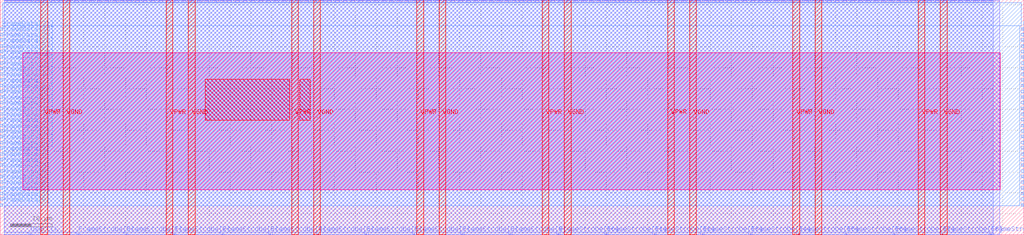
<source format=lef>
VERSION 5.7 ;
  NOWIREEXTENSIONATPIN ON ;
  DIVIDERCHAR "/" ;
  BUSBITCHARS "[]" ;
MACRO S_term_single2
  CLASS BLOCK ;
  FOREIGN S_term_single2 ;
  ORIGIN 0.000 0.000 ;
  SIZE 245.000 BY 56.250 ;
  PIN FrameData[0]
    DIRECTION INPUT ;
    USE SIGNAL ;
    ANTENNAGATEAREA 0.647700 ;
    ANTENNADIFFAREA 0.434700 ;
    PORT
      LAYER met3 ;
        RECT 0.000 6.840 0.600 7.440 ;
    END
  END FrameData[0]
  PIN FrameData[10]
    DIRECTION INPUT ;
    USE SIGNAL ;
    ANTENNAGATEAREA 0.631200 ;
    ANTENNADIFFAREA 0.434700 ;
    PORT
      LAYER met3 ;
        RECT 0.000 20.440 0.600 21.040 ;
    END
  END FrameData[10]
  PIN FrameData[11]
    DIRECTION INPUT ;
    USE SIGNAL ;
    ANTENNAGATEAREA 0.196500 ;
    PORT
      LAYER met3 ;
        RECT 0.000 21.800 0.600 22.400 ;
    END
  END FrameData[11]
  PIN FrameData[12]
    DIRECTION INPUT ;
    USE SIGNAL ;
    ANTENNAGATEAREA 0.196500 ;
    PORT
      LAYER met3 ;
        RECT 0.000 23.160 0.600 23.760 ;
    END
  END FrameData[12]
  PIN FrameData[13]
    DIRECTION INPUT ;
    USE SIGNAL ;
    ANTENNAGATEAREA 0.196500 ;
    PORT
      LAYER met3 ;
        RECT 0.000 24.520 0.600 25.120 ;
    END
  END FrameData[13]
  PIN FrameData[14]
    DIRECTION INPUT ;
    USE SIGNAL ;
    ANTENNAGATEAREA 0.647700 ;
    ANTENNADIFFAREA 0.434700 ;
    PORT
      LAYER met3 ;
        RECT 0.000 25.880 0.600 26.480 ;
    END
  END FrameData[14]
  PIN FrameData[15]
    DIRECTION INPUT ;
    USE SIGNAL ;
    ANTENNAGATEAREA 0.647700 ;
    ANTENNADIFFAREA 0.434700 ;
    PORT
      LAYER met3 ;
        RECT 0.000 27.240 0.600 27.840 ;
    END
  END FrameData[15]
  PIN FrameData[16]
    DIRECTION INPUT ;
    USE SIGNAL ;
    ANTENNAGATEAREA 0.631200 ;
    ANTENNADIFFAREA 0.434700 ;
    PORT
      LAYER met3 ;
        RECT 0.000 28.600 0.600 29.200 ;
    END
  END FrameData[16]
  PIN FrameData[17]
    DIRECTION INPUT ;
    USE SIGNAL ;
    ANTENNAGATEAREA 0.196500 ;
    PORT
      LAYER met3 ;
        RECT 0.000 29.960 0.600 30.560 ;
    END
  END FrameData[17]
  PIN FrameData[18]
    DIRECTION INPUT ;
    USE SIGNAL ;
    ANTENNAGATEAREA 0.647700 ;
    ANTENNADIFFAREA 0.434700 ;
    PORT
      LAYER met3 ;
        RECT 0.000 31.320 0.600 31.920 ;
    END
  END FrameData[18]
  PIN FrameData[19]
    DIRECTION INPUT ;
    USE SIGNAL ;
    ANTENNAGATEAREA 0.196500 ;
    PORT
      LAYER met3 ;
        RECT 0.000 32.680 0.600 33.280 ;
    END
  END FrameData[19]
  PIN FrameData[1]
    DIRECTION INPUT ;
    USE SIGNAL ;
    ANTENNAGATEAREA 0.213000 ;
    PORT
      LAYER met3 ;
        RECT 0.000 8.200 0.600 8.800 ;
    END
  END FrameData[1]
  PIN FrameData[20]
    DIRECTION INPUT ;
    USE SIGNAL ;
    ANTENNAGATEAREA 0.647700 ;
    ANTENNADIFFAREA 0.434700 ;
    PORT
      LAYER met3 ;
        RECT 0.000 34.040 0.600 34.640 ;
    END
  END FrameData[20]
  PIN FrameData[21]
    DIRECTION INPUT ;
    USE SIGNAL ;
    ANTENNAGATEAREA 0.213000 ;
    PORT
      LAYER met3 ;
        RECT 0.000 35.400 0.600 36.000 ;
    END
  END FrameData[21]
  PIN FrameData[22]
    DIRECTION INPUT ;
    USE SIGNAL ;
    ANTENNAGATEAREA 0.631200 ;
    ANTENNADIFFAREA 0.434700 ;
    PORT
      LAYER met3 ;
        RECT 0.000 36.760 0.600 37.360 ;
    END
  END FrameData[22]
  PIN FrameData[23]
    DIRECTION INPUT ;
    USE SIGNAL ;
    ANTENNAGATEAREA 0.631200 ;
    ANTENNADIFFAREA 0.434700 ;
    PORT
      LAYER met3 ;
        RECT 0.000 38.120 0.600 38.720 ;
    END
  END FrameData[23]
  PIN FrameData[24]
    DIRECTION INPUT ;
    USE SIGNAL ;
    ANTENNAGATEAREA 0.631200 ;
    ANTENNADIFFAREA 0.434700 ;
    PORT
      LAYER met3 ;
        RECT 0.000 39.480 0.600 40.080 ;
    END
  END FrameData[24]
  PIN FrameData[25]
    DIRECTION INPUT ;
    USE SIGNAL ;
    ANTENNAGATEAREA 0.196500 ;
    PORT
      LAYER met3 ;
        RECT 0.000 40.840 0.600 41.440 ;
    END
  END FrameData[25]
  PIN FrameData[26]
    DIRECTION INPUT ;
    USE SIGNAL ;
    ANTENNAGATEAREA 0.631200 ;
    ANTENNADIFFAREA 0.434700 ;
    PORT
      LAYER met3 ;
        RECT 0.000 42.200 0.600 42.800 ;
    END
  END FrameData[26]
  PIN FrameData[27]
    DIRECTION INPUT ;
    USE SIGNAL ;
    ANTENNAGATEAREA 0.213000 ;
    PORT
      LAYER met3 ;
        RECT 0.000 43.560 0.600 44.160 ;
    END
  END FrameData[27]
  PIN FrameData[28]
    DIRECTION INPUT ;
    USE SIGNAL ;
    ANTENNAGATEAREA 0.631200 ;
    ANTENNADIFFAREA 0.434700 ;
    PORT
      LAYER met3 ;
        RECT 0.000 44.920 0.600 45.520 ;
    END
  END FrameData[28]
  PIN FrameData[29]
    DIRECTION INPUT ;
    USE SIGNAL ;
    ANTENNAGATEAREA 0.213000 ;
    PORT
      LAYER met3 ;
        RECT 0.000 46.280 0.600 46.880 ;
    END
  END FrameData[29]
  PIN FrameData[2]
    DIRECTION INPUT ;
    USE SIGNAL ;
    ANTENNAGATEAREA 0.631200 ;
    ANTENNADIFFAREA 0.434700 ;
    PORT
      LAYER met3 ;
        RECT 0.000 9.560 0.600 10.160 ;
    END
  END FrameData[2]
  PIN FrameData[30]
    DIRECTION INPUT ;
    USE SIGNAL ;
    ANTENNAGATEAREA 0.213000 ;
    PORT
      LAYER met3 ;
        RECT 0.000 47.640 0.600 48.240 ;
    END
  END FrameData[30]
  PIN FrameData[31]
    DIRECTION INPUT ;
    USE SIGNAL ;
    ANTENNAGATEAREA 0.631200 ;
    ANTENNADIFFAREA 0.434700 ;
    PORT
      LAYER met3 ;
        RECT 0.000 49.000 0.600 49.600 ;
    END
  END FrameData[31]
  PIN FrameData[3]
    DIRECTION INPUT ;
    USE SIGNAL ;
    ANTENNAGATEAREA 0.631200 ;
    ANTENNADIFFAREA 0.434700 ;
    PORT
      LAYER met3 ;
        RECT 0.000 10.920 0.600 11.520 ;
    END
  END FrameData[3]
  PIN FrameData[4]
    DIRECTION INPUT ;
    USE SIGNAL ;
    ANTENNAGATEAREA 0.213000 ;
    PORT
      LAYER met3 ;
        RECT 0.000 12.280 0.600 12.880 ;
    END
  END FrameData[4]
  PIN FrameData[5]
    DIRECTION INPUT ;
    USE SIGNAL ;
    ANTENNAGATEAREA 0.631200 ;
    ANTENNADIFFAREA 0.434700 ;
    PORT
      LAYER met3 ;
        RECT 0.000 13.640 0.600 14.240 ;
    END
  END FrameData[5]
  PIN FrameData[6]
    DIRECTION INPUT ;
    USE SIGNAL ;
    ANTENNAGATEAREA 0.631200 ;
    ANTENNADIFFAREA 0.434700 ;
    PORT
      LAYER met3 ;
        RECT 0.000 15.000 0.600 15.600 ;
    END
  END FrameData[6]
  PIN FrameData[7]
    DIRECTION INPUT ;
    USE SIGNAL ;
    ANTENNAGATEAREA 0.631200 ;
    ANTENNADIFFAREA 0.434700 ;
    PORT
      LAYER met3 ;
        RECT 0.000 16.360 0.600 16.960 ;
    END
  END FrameData[7]
  PIN FrameData[8]
    DIRECTION INPUT ;
    USE SIGNAL ;
    ANTENNAGATEAREA 0.631200 ;
    ANTENNADIFFAREA 0.434700 ;
    PORT
      LAYER met3 ;
        RECT 0.000 17.720 0.600 18.320 ;
    END
  END FrameData[8]
  PIN FrameData[9]
    DIRECTION INPUT ;
    USE SIGNAL ;
    ANTENNAGATEAREA 0.647700 ;
    ANTENNADIFFAREA 0.434700 ;
    PORT
      LAYER met3 ;
        RECT 0.000 19.080 0.600 19.680 ;
    END
  END FrameData[9]
  PIN FrameData_O[0]
    DIRECTION OUTPUT ;
    USE SIGNAL ;
    ANTENNADIFFAREA 0.445500 ;
    PORT
      LAYER met3 ;
        RECT 244.400 6.840 245.000 7.440 ;
    END
  END FrameData_O[0]
  PIN FrameData_O[10]
    DIRECTION OUTPUT ;
    USE SIGNAL ;
    ANTENNADIFFAREA 0.445500 ;
    PORT
      LAYER met3 ;
        RECT 244.400 20.440 245.000 21.040 ;
    END
  END FrameData_O[10]
  PIN FrameData_O[11]
    DIRECTION OUTPUT ;
    USE SIGNAL ;
    ANTENNADIFFAREA 0.445500 ;
    PORT
      LAYER met3 ;
        RECT 244.400 21.800 245.000 22.400 ;
    END
  END FrameData_O[11]
  PIN FrameData_O[12]
    DIRECTION OUTPUT ;
    USE SIGNAL ;
    ANTENNADIFFAREA 0.445500 ;
    PORT
      LAYER met3 ;
        RECT 244.400 23.160 245.000 23.760 ;
    END
  END FrameData_O[12]
  PIN FrameData_O[13]
    DIRECTION OUTPUT ;
    USE SIGNAL ;
    ANTENNADIFFAREA 0.445500 ;
    PORT
      LAYER met3 ;
        RECT 244.400 24.520 245.000 25.120 ;
    END
  END FrameData_O[13]
  PIN FrameData_O[14]
    DIRECTION OUTPUT ;
    USE SIGNAL ;
    ANTENNADIFFAREA 0.445500 ;
    PORT
      LAYER met3 ;
        RECT 244.400 25.880 245.000 26.480 ;
    END
  END FrameData_O[14]
  PIN FrameData_O[15]
    DIRECTION OUTPUT ;
    USE SIGNAL ;
    ANTENNADIFFAREA 0.445500 ;
    PORT
      LAYER met3 ;
        RECT 244.400 27.240 245.000 27.840 ;
    END
  END FrameData_O[15]
  PIN FrameData_O[16]
    DIRECTION OUTPUT ;
    USE SIGNAL ;
    ANTENNADIFFAREA 0.445500 ;
    PORT
      LAYER met3 ;
        RECT 244.400 28.600 245.000 29.200 ;
    END
  END FrameData_O[16]
  PIN FrameData_O[17]
    DIRECTION OUTPUT ;
    USE SIGNAL ;
    ANTENNADIFFAREA 0.445500 ;
    PORT
      LAYER met3 ;
        RECT 244.400 29.960 245.000 30.560 ;
    END
  END FrameData_O[17]
  PIN FrameData_O[18]
    DIRECTION OUTPUT ;
    USE SIGNAL ;
    ANTENNADIFFAREA 0.445500 ;
    PORT
      LAYER met3 ;
        RECT 244.400 31.320 245.000 31.920 ;
    END
  END FrameData_O[18]
  PIN FrameData_O[19]
    DIRECTION OUTPUT ;
    USE SIGNAL ;
    ANTENNADIFFAREA 0.445500 ;
    PORT
      LAYER met3 ;
        RECT 244.400 32.680 245.000 33.280 ;
    END
  END FrameData_O[19]
  PIN FrameData_O[1]
    DIRECTION OUTPUT ;
    USE SIGNAL ;
    ANTENNADIFFAREA 0.445500 ;
    PORT
      LAYER met3 ;
        RECT 244.400 8.200 245.000 8.800 ;
    END
  END FrameData_O[1]
  PIN FrameData_O[20]
    DIRECTION OUTPUT ;
    USE SIGNAL ;
    ANTENNADIFFAREA 0.445500 ;
    PORT
      LAYER met3 ;
        RECT 244.400 34.040 245.000 34.640 ;
    END
  END FrameData_O[20]
  PIN FrameData_O[21]
    DIRECTION OUTPUT ;
    USE SIGNAL ;
    ANTENNADIFFAREA 0.445500 ;
    PORT
      LAYER met3 ;
        RECT 244.400 35.400 245.000 36.000 ;
    END
  END FrameData_O[21]
  PIN FrameData_O[22]
    DIRECTION OUTPUT ;
    USE SIGNAL ;
    ANTENNADIFFAREA 0.445500 ;
    PORT
      LAYER met3 ;
        RECT 244.400 36.760 245.000 37.360 ;
    END
  END FrameData_O[22]
  PIN FrameData_O[23]
    DIRECTION OUTPUT ;
    USE SIGNAL ;
    ANTENNADIFFAREA 0.445500 ;
    PORT
      LAYER met3 ;
        RECT 244.400 38.120 245.000 38.720 ;
    END
  END FrameData_O[23]
  PIN FrameData_O[24]
    DIRECTION OUTPUT ;
    USE SIGNAL ;
    ANTENNADIFFAREA 0.445500 ;
    PORT
      LAYER met3 ;
        RECT 244.400 39.480 245.000 40.080 ;
    END
  END FrameData_O[24]
  PIN FrameData_O[25]
    DIRECTION OUTPUT ;
    USE SIGNAL ;
    ANTENNADIFFAREA 0.445500 ;
    PORT
      LAYER met3 ;
        RECT 244.400 40.840 245.000 41.440 ;
    END
  END FrameData_O[25]
  PIN FrameData_O[26]
    DIRECTION OUTPUT ;
    USE SIGNAL ;
    ANTENNADIFFAREA 0.445500 ;
    PORT
      LAYER met3 ;
        RECT 244.400 42.200 245.000 42.800 ;
    END
  END FrameData_O[26]
  PIN FrameData_O[27]
    DIRECTION OUTPUT ;
    USE SIGNAL ;
    ANTENNADIFFAREA 0.445500 ;
    PORT
      LAYER met3 ;
        RECT 244.400 43.560 245.000 44.160 ;
    END
  END FrameData_O[27]
  PIN FrameData_O[28]
    DIRECTION OUTPUT ;
    USE SIGNAL ;
    ANTENNADIFFAREA 0.445500 ;
    PORT
      LAYER met3 ;
        RECT 244.400 44.920 245.000 45.520 ;
    END
  END FrameData_O[28]
  PIN FrameData_O[29]
    DIRECTION OUTPUT ;
    USE SIGNAL ;
    ANTENNADIFFAREA 0.445500 ;
    PORT
      LAYER met3 ;
        RECT 244.400 46.280 245.000 46.880 ;
    END
  END FrameData_O[29]
  PIN FrameData_O[2]
    DIRECTION OUTPUT ;
    USE SIGNAL ;
    ANTENNADIFFAREA 0.445500 ;
    PORT
      LAYER met3 ;
        RECT 244.400 9.560 245.000 10.160 ;
    END
  END FrameData_O[2]
  PIN FrameData_O[30]
    DIRECTION OUTPUT ;
    USE SIGNAL ;
    ANTENNADIFFAREA 0.445500 ;
    PORT
      LAYER met3 ;
        RECT 244.400 47.640 245.000 48.240 ;
    END
  END FrameData_O[30]
  PIN FrameData_O[31]
    DIRECTION OUTPUT ;
    USE SIGNAL ;
    ANTENNADIFFAREA 0.445500 ;
    PORT
      LAYER met3 ;
        RECT 244.400 49.000 245.000 49.600 ;
    END
  END FrameData_O[31]
  PIN FrameData_O[3]
    DIRECTION OUTPUT ;
    USE SIGNAL ;
    ANTENNADIFFAREA 0.445500 ;
    PORT
      LAYER met3 ;
        RECT 244.400 10.920 245.000 11.520 ;
    END
  END FrameData_O[3]
  PIN FrameData_O[4]
    DIRECTION OUTPUT ;
    USE SIGNAL ;
    ANTENNADIFFAREA 0.445500 ;
    PORT
      LAYER met3 ;
        RECT 244.400 12.280 245.000 12.880 ;
    END
  END FrameData_O[4]
  PIN FrameData_O[5]
    DIRECTION OUTPUT ;
    USE SIGNAL ;
    ANTENNADIFFAREA 0.445500 ;
    PORT
      LAYER met3 ;
        RECT 244.400 13.640 245.000 14.240 ;
    END
  END FrameData_O[5]
  PIN FrameData_O[6]
    DIRECTION OUTPUT ;
    USE SIGNAL ;
    ANTENNADIFFAREA 0.445500 ;
    PORT
      LAYER met3 ;
        RECT 244.400 15.000 245.000 15.600 ;
    END
  END FrameData_O[6]
  PIN FrameData_O[7]
    DIRECTION OUTPUT ;
    USE SIGNAL ;
    ANTENNADIFFAREA 0.445500 ;
    PORT
      LAYER met3 ;
        RECT 244.400 16.360 245.000 16.960 ;
    END
  END FrameData_O[7]
  PIN FrameData_O[8]
    DIRECTION OUTPUT ;
    USE SIGNAL ;
    ANTENNADIFFAREA 0.445500 ;
    PORT
      LAYER met3 ;
        RECT 244.400 17.720 245.000 18.320 ;
    END
  END FrameData_O[8]
  PIN FrameData_O[9]
    DIRECTION OUTPUT ;
    USE SIGNAL ;
    ANTENNADIFFAREA 0.445500 ;
    PORT
      LAYER met3 ;
        RECT 244.400 19.080 245.000 19.680 ;
    END
  END FrameData_O[9]
  PIN FrameStrobe[0]
    DIRECTION INPUT ;
    USE SIGNAL ;
    ANTENNAGATEAREA 0.196500 ;
    PORT
      LAYER met2 ;
        RECT 18.490 0.000 18.770 0.280 ;
    END
  END FrameStrobe[0]
  PIN FrameStrobe[10]
    DIRECTION INPUT ;
    USE SIGNAL ;
    ANTENNAGATEAREA 0.196500 ;
    PORT
      LAYER met2 ;
        RECT 133.490 0.000 133.770 0.280 ;
    END
  END FrameStrobe[10]
  PIN FrameStrobe[11]
    DIRECTION INPUT ;
    USE SIGNAL ;
    ANTENNAGATEAREA 0.631200 ;
    ANTENNADIFFAREA 0.434700 ;
    PORT
      LAYER met2 ;
        RECT 144.990 0.000 145.270 0.280 ;
    END
  END FrameStrobe[11]
  PIN FrameStrobe[12]
    DIRECTION INPUT ;
    USE SIGNAL ;
    ANTENNAGATEAREA 0.196500 ;
    PORT
      LAYER met2 ;
        RECT 156.490 0.000 156.770 0.280 ;
    END
  END FrameStrobe[12]
  PIN FrameStrobe[13]
    DIRECTION INPUT ;
    USE SIGNAL ;
    ANTENNAGATEAREA 0.196500 ;
    PORT
      LAYER met2 ;
        RECT 167.990 0.000 168.270 0.280 ;
    END
  END FrameStrobe[13]
  PIN FrameStrobe[14]
    DIRECTION INPUT ;
    USE SIGNAL ;
    ANTENNAGATEAREA 0.196500 ;
    PORT
      LAYER met2 ;
        RECT 179.490 0.000 179.770 0.280 ;
    END
  END FrameStrobe[14]
  PIN FrameStrobe[15]
    DIRECTION INPUT ;
    USE SIGNAL ;
    ANTENNAGATEAREA 0.196500 ;
    PORT
      LAYER met2 ;
        RECT 190.990 0.000 191.270 0.280 ;
    END
  END FrameStrobe[15]
  PIN FrameStrobe[16]
    DIRECTION INPUT ;
    USE SIGNAL ;
    ANTENNAGATEAREA 0.196500 ;
    PORT
      LAYER met2 ;
        RECT 202.490 0.000 202.770 0.280 ;
    END
  END FrameStrobe[16]
  PIN FrameStrobe[17]
    DIRECTION INPUT ;
    USE SIGNAL ;
    ANTENNAGATEAREA 0.196500 ;
    PORT
      LAYER met2 ;
        RECT 213.990 0.000 214.270 0.280 ;
    END
  END FrameStrobe[17]
  PIN FrameStrobe[18]
    DIRECTION INPUT ;
    USE SIGNAL ;
    ANTENNAGATEAREA 0.196500 ;
    PORT
      LAYER met2 ;
        RECT 225.490 0.000 225.770 0.280 ;
    END
  END FrameStrobe[18]
  PIN FrameStrobe[19]
    DIRECTION INPUT ;
    USE SIGNAL ;
    ANTENNAGATEAREA 0.196500 ;
    PORT
      LAYER met2 ;
        RECT 236.990 0.000 237.270 0.280 ;
    END
  END FrameStrobe[19]
  PIN FrameStrobe[1]
    DIRECTION INPUT ;
    USE SIGNAL ;
    ANTENNAGATEAREA 0.196500 ;
    PORT
      LAYER met2 ;
        RECT 29.990 0.000 30.270 0.280 ;
    END
  END FrameStrobe[1]
  PIN FrameStrobe[2]
    DIRECTION INPUT ;
    USE SIGNAL ;
    ANTENNAGATEAREA 0.213000 ;
    PORT
      LAYER met2 ;
        RECT 41.490 0.000 41.770 0.280 ;
    END
  END FrameStrobe[2]
  PIN FrameStrobe[3]
    DIRECTION INPUT ;
    USE SIGNAL ;
    ANTENNAGATEAREA 0.213000 ;
    PORT
      LAYER met2 ;
        RECT 52.990 0.000 53.270 0.280 ;
    END
  END FrameStrobe[3]
  PIN FrameStrobe[4]
    DIRECTION INPUT ;
    USE SIGNAL ;
    ANTENNAGATEAREA 0.213000 ;
    PORT
      LAYER met2 ;
        RECT 64.490 0.000 64.770 0.280 ;
    END
  END FrameStrobe[4]
  PIN FrameStrobe[5]
    DIRECTION INPUT ;
    USE SIGNAL ;
    ANTENNAGATEAREA 0.213000 ;
    PORT
      LAYER met2 ;
        RECT 75.990 0.000 76.270 0.280 ;
    END
  END FrameStrobe[5]
  PIN FrameStrobe[6]
    DIRECTION INPUT ;
    USE SIGNAL ;
    ANTENNAGATEAREA 0.196500 ;
    PORT
      LAYER met2 ;
        RECT 87.490 0.000 87.770 0.280 ;
    END
  END FrameStrobe[6]
  PIN FrameStrobe[7]
    DIRECTION INPUT ;
    USE SIGNAL ;
    ANTENNAGATEAREA 0.196500 ;
    PORT
      LAYER met2 ;
        RECT 98.990 0.000 99.270 0.280 ;
    END
  END FrameStrobe[7]
  PIN FrameStrobe[8]
    DIRECTION INPUT ;
    USE SIGNAL ;
    ANTENNAGATEAREA 0.196500 ;
    PORT
      LAYER met2 ;
        RECT 110.490 0.000 110.770 0.280 ;
    END
  END FrameStrobe[8]
  PIN FrameStrobe[9]
    DIRECTION INPUT ;
    USE SIGNAL ;
    ANTENNAGATEAREA 0.196500 ;
    PORT
      LAYER met2 ;
        RECT 121.990 0.000 122.270 0.280 ;
    END
  END FrameStrobe[9]
  PIN FrameStrobe_O[0]
    DIRECTION OUTPUT ;
    USE SIGNAL ;
    ANTENNADIFFAREA 0.445500 ;
    PORT
      LAYER met2 ;
        RECT 201.110 55.970 201.390 56.250 ;
    END
  END FrameStrobe_O[0]
  PIN FrameStrobe_O[10]
    DIRECTION OUTPUT ;
    USE SIGNAL ;
    ANTENNADIFFAREA 0.445500 ;
    PORT
      LAYER met2 ;
        RECT 219.510 55.970 219.790 56.250 ;
    END
  END FrameStrobe_O[10]
  PIN FrameStrobe_O[11]
    DIRECTION OUTPUT ;
    USE SIGNAL ;
    ANTENNADIFFAREA 0.445500 ;
    PORT
      LAYER met2 ;
        RECT 221.350 55.970 221.630 56.250 ;
    END
  END FrameStrobe_O[11]
  PIN FrameStrobe_O[12]
    DIRECTION OUTPUT ;
    USE SIGNAL ;
    ANTENNADIFFAREA 0.445500 ;
    PORT
      LAYER met2 ;
        RECT 223.190 55.970 223.470 56.250 ;
    END
  END FrameStrobe_O[12]
  PIN FrameStrobe_O[13]
    DIRECTION OUTPUT ;
    USE SIGNAL ;
    ANTENNADIFFAREA 0.445500 ;
    PORT
      LAYER met2 ;
        RECT 225.030 55.970 225.310 56.250 ;
    END
  END FrameStrobe_O[13]
  PIN FrameStrobe_O[14]
    DIRECTION OUTPUT ;
    USE SIGNAL ;
    ANTENNADIFFAREA 0.445500 ;
    PORT
      LAYER met2 ;
        RECT 226.870 55.970 227.150 56.250 ;
    END
  END FrameStrobe_O[14]
  PIN FrameStrobe_O[15]
    DIRECTION OUTPUT ;
    USE SIGNAL ;
    ANTENNADIFFAREA 0.445500 ;
    PORT
      LAYER met2 ;
        RECT 228.710 55.970 228.990 56.250 ;
    END
  END FrameStrobe_O[15]
  PIN FrameStrobe_O[16]
    DIRECTION OUTPUT ;
    USE SIGNAL ;
    ANTENNADIFFAREA 0.445500 ;
    PORT
      LAYER met2 ;
        RECT 230.550 55.970 230.830 56.250 ;
    END
  END FrameStrobe_O[16]
  PIN FrameStrobe_O[17]
    DIRECTION OUTPUT ;
    USE SIGNAL ;
    ANTENNADIFFAREA 0.445500 ;
    PORT
      LAYER met2 ;
        RECT 232.390 55.970 232.670 56.250 ;
    END
  END FrameStrobe_O[17]
  PIN FrameStrobe_O[18]
    DIRECTION OUTPUT ;
    USE SIGNAL ;
    ANTENNADIFFAREA 0.445500 ;
    PORT
      LAYER met2 ;
        RECT 234.230 55.970 234.510 56.250 ;
    END
  END FrameStrobe_O[18]
  PIN FrameStrobe_O[19]
    DIRECTION OUTPUT ;
    USE SIGNAL ;
    ANTENNADIFFAREA 0.445500 ;
    PORT
      LAYER met2 ;
        RECT 236.070 55.970 236.350 56.250 ;
    END
  END FrameStrobe_O[19]
  PIN FrameStrobe_O[1]
    DIRECTION OUTPUT ;
    USE SIGNAL ;
    ANTENNADIFFAREA 0.445500 ;
    PORT
      LAYER met2 ;
        RECT 202.950 55.970 203.230 56.250 ;
    END
  END FrameStrobe_O[1]
  PIN FrameStrobe_O[2]
    DIRECTION OUTPUT ;
    USE SIGNAL ;
    ANTENNADIFFAREA 0.445500 ;
    PORT
      LAYER met2 ;
        RECT 204.790 55.970 205.070 56.250 ;
    END
  END FrameStrobe_O[2]
  PIN FrameStrobe_O[3]
    DIRECTION OUTPUT ;
    USE SIGNAL ;
    ANTENNADIFFAREA 0.445500 ;
    PORT
      LAYER met2 ;
        RECT 206.630 55.970 206.910 56.250 ;
    END
  END FrameStrobe_O[3]
  PIN FrameStrobe_O[4]
    DIRECTION OUTPUT ;
    USE SIGNAL ;
    ANTENNADIFFAREA 0.445500 ;
    PORT
      LAYER met2 ;
        RECT 208.470 55.970 208.750 56.250 ;
    END
  END FrameStrobe_O[4]
  PIN FrameStrobe_O[5]
    DIRECTION OUTPUT ;
    USE SIGNAL ;
    ANTENNADIFFAREA 0.445500 ;
    PORT
      LAYER met2 ;
        RECT 210.310 55.970 210.590 56.250 ;
    END
  END FrameStrobe_O[5]
  PIN FrameStrobe_O[6]
    DIRECTION OUTPUT ;
    USE SIGNAL ;
    ANTENNADIFFAREA 0.445500 ;
    PORT
      LAYER met2 ;
        RECT 212.150 55.970 212.430 56.250 ;
    END
  END FrameStrobe_O[6]
  PIN FrameStrobe_O[7]
    DIRECTION OUTPUT ;
    USE SIGNAL ;
    ANTENNADIFFAREA 0.445500 ;
    PORT
      LAYER met2 ;
        RECT 213.990 55.970 214.270 56.250 ;
    END
  END FrameStrobe_O[7]
  PIN FrameStrobe_O[8]
    DIRECTION OUTPUT ;
    USE SIGNAL ;
    ANTENNADIFFAREA 0.445500 ;
    PORT
      LAYER met2 ;
        RECT 215.830 55.970 216.110 56.250 ;
    END
  END FrameStrobe_O[8]
  PIN FrameStrobe_O[9]
    DIRECTION OUTPUT ;
    USE SIGNAL ;
    ANTENNADIFFAREA 0.445500 ;
    PORT
      LAYER met2 ;
        RECT 217.670 55.970 217.950 56.250 ;
    END
  END FrameStrobe_O[9]
  PIN N1BEG[0]
    DIRECTION OUTPUT ;
    USE SIGNAL ;
    ANTENNADIFFAREA 0.445500 ;
    PORT
      LAYER met2 ;
        RECT 7.910 55.970 8.190 56.250 ;
    END
  END N1BEG[0]
  PIN N1BEG[1]
    DIRECTION OUTPUT ;
    USE SIGNAL ;
    ANTENNADIFFAREA 0.445500 ;
    PORT
      LAYER met2 ;
        RECT 9.750 55.970 10.030 56.250 ;
    END
  END N1BEG[1]
  PIN N1BEG[2]
    DIRECTION OUTPUT ;
    USE SIGNAL ;
    ANTENNADIFFAREA 0.445500 ;
    PORT
      LAYER met2 ;
        RECT 11.590 55.970 11.870 56.250 ;
    END
  END N1BEG[2]
  PIN N1BEG[3]
    DIRECTION OUTPUT ;
    USE SIGNAL ;
    ANTENNADIFFAREA 0.445500 ;
    PORT
      LAYER met2 ;
        RECT 13.430 55.970 13.710 56.250 ;
    END
  END N1BEG[3]
  PIN N2BEG[0]
    DIRECTION OUTPUT ;
    USE SIGNAL ;
    ANTENNADIFFAREA 0.445500 ;
    PORT
      LAYER met2 ;
        RECT 15.270 55.970 15.550 56.250 ;
    END
  END N2BEG[0]
  PIN N2BEG[1]
    DIRECTION OUTPUT ;
    USE SIGNAL ;
    ANTENNADIFFAREA 0.445500 ;
    PORT
      LAYER met2 ;
        RECT 17.110 55.970 17.390 56.250 ;
    END
  END N2BEG[1]
  PIN N2BEG[2]
    DIRECTION OUTPUT ;
    USE SIGNAL ;
    ANTENNADIFFAREA 0.445500 ;
    PORT
      LAYER met2 ;
        RECT 18.950 55.970 19.230 56.250 ;
    END
  END N2BEG[2]
  PIN N2BEG[3]
    DIRECTION OUTPUT ;
    USE SIGNAL ;
    ANTENNADIFFAREA 0.445500 ;
    PORT
      LAYER met2 ;
        RECT 20.790 55.970 21.070 56.250 ;
    END
  END N2BEG[3]
  PIN N2BEG[4]
    DIRECTION OUTPUT ;
    USE SIGNAL ;
    ANTENNADIFFAREA 0.445500 ;
    PORT
      LAYER met2 ;
        RECT 22.630 55.970 22.910 56.250 ;
    END
  END N2BEG[4]
  PIN N2BEG[5]
    DIRECTION OUTPUT ;
    USE SIGNAL ;
    ANTENNADIFFAREA 0.445500 ;
    PORT
      LAYER met2 ;
        RECT 24.470 55.970 24.750 56.250 ;
    END
  END N2BEG[5]
  PIN N2BEG[6]
    DIRECTION OUTPUT ;
    USE SIGNAL ;
    ANTENNADIFFAREA 0.445500 ;
    PORT
      LAYER met2 ;
        RECT 26.310 55.970 26.590 56.250 ;
    END
  END N2BEG[6]
  PIN N2BEG[7]
    DIRECTION OUTPUT ;
    USE SIGNAL ;
    ANTENNADIFFAREA 0.445500 ;
    PORT
      LAYER met2 ;
        RECT 28.150 55.970 28.430 56.250 ;
    END
  END N2BEG[7]
  PIN N2BEGb[0]
    DIRECTION OUTPUT ;
    USE SIGNAL ;
    ANTENNADIFFAREA 0.445500 ;
    PORT
      LAYER met2 ;
        RECT 29.990 55.970 30.270 56.250 ;
    END
  END N2BEGb[0]
  PIN N2BEGb[1]
    DIRECTION OUTPUT ;
    USE SIGNAL ;
    ANTENNADIFFAREA 0.445500 ;
    PORT
      LAYER met2 ;
        RECT 31.830 55.970 32.110 56.250 ;
    END
  END N2BEGb[1]
  PIN N2BEGb[2]
    DIRECTION OUTPUT ;
    USE SIGNAL ;
    ANTENNADIFFAREA 0.445500 ;
    PORT
      LAYER met2 ;
        RECT 33.670 55.970 33.950 56.250 ;
    END
  END N2BEGb[2]
  PIN N2BEGb[3]
    DIRECTION OUTPUT ;
    USE SIGNAL ;
    ANTENNADIFFAREA 0.445500 ;
    PORT
      LAYER met2 ;
        RECT 35.510 55.970 35.790 56.250 ;
    END
  END N2BEGb[3]
  PIN N2BEGb[4]
    DIRECTION OUTPUT ;
    USE SIGNAL ;
    ANTENNADIFFAREA 0.445500 ;
    PORT
      LAYER met2 ;
        RECT 37.350 55.970 37.630 56.250 ;
    END
  END N2BEGb[4]
  PIN N2BEGb[5]
    DIRECTION OUTPUT ;
    USE SIGNAL ;
    ANTENNADIFFAREA 0.445500 ;
    PORT
      LAYER met2 ;
        RECT 39.190 55.970 39.470 56.250 ;
    END
  END N2BEGb[5]
  PIN N2BEGb[6]
    DIRECTION OUTPUT ;
    USE SIGNAL ;
    ANTENNADIFFAREA 0.445500 ;
    PORT
      LAYER met2 ;
        RECT 41.030 55.970 41.310 56.250 ;
    END
  END N2BEGb[6]
  PIN N2BEGb[7]
    DIRECTION OUTPUT ;
    USE SIGNAL ;
    ANTENNADIFFAREA 0.445500 ;
    PORT
      LAYER met2 ;
        RECT 42.870 55.970 43.150 56.250 ;
    END
  END N2BEGb[7]
  PIN N4BEG[0]
    DIRECTION OUTPUT ;
    USE SIGNAL ;
    ANTENNADIFFAREA 0.445500 ;
    PORT
      LAYER met2 ;
        RECT 44.710 55.970 44.990 56.250 ;
    END
  END N4BEG[0]
  PIN N4BEG[10]
    DIRECTION OUTPUT ;
    USE SIGNAL ;
    ANTENNADIFFAREA 0.445500 ;
    PORT
      LAYER met2 ;
        RECT 63.110 55.970 63.390 56.250 ;
    END
  END N4BEG[10]
  PIN N4BEG[11]
    DIRECTION OUTPUT ;
    USE SIGNAL ;
    ANTENNADIFFAREA 0.445500 ;
    PORT
      LAYER met2 ;
        RECT 64.950 55.970 65.230 56.250 ;
    END
  END N4BEG[11]
  PIN N4BEG[12]
    DIRECTION OUTPUT ;
    USE SIGNAL ;
    ANTENNADIFFAREA 0.445500 ;
    PORT
      LAYER met2 ;
        RECT 66.790 55.970 67.070 56.250 ;
    END
  END N4BEG[12]
  PIN N4BEG[13]
    DIRECTION OUTPUT ;
    USE SIGNAL ;
    ANTENNADIFFAREA 0.445500 ;
    PORT
      LAYER met2 ;
        RECT 68.630 55.970 68.910 56.250 ;
    END
  END N4BEG[13]
  PIN N4BEG[14]
    DIRECTION OUTPUT ;
    USE SIGNAL ;
    ANTENNADIFFAREA 0.445500 ;
    PORT
      LAYER met2 ;
        RECT 70.470 55.970 70.750 56.250 ;
    END
  END N4BEG[14]
  PIN N4BEG[15]
    DIRECTION OUTPUT ;
    USE SIGNAL ;
    ANTENNADIFFAREA 0.445500 ;
    PORT
      LAYER met2 ;
        RECT 72.310 55.970 72.590 56.250 ;
    END
  END N4BEG[15]
  PIN N4BEG[1]
    DIRECTION OUTPUT ;
    USE SIGNAL ;
    ANTENNADIFFAREA 0.445500 ;
    PORT
      LAYER met2 ;
        RECT 46.550 55.970 46.830 56.250 ;
    END
  END N4BEG[1]
  PIN N4BEG[2]
    DIRECTION OUTPUT ;
    USE SIGNAL ;
    ANTENNADIFFAREA 0.445500 ;
    PORT
      LAYER met2 ;
        RECT 48.390 55.970 48.670 56.250 ;
    END
  END N4BEG[2]
  PIN N4BEG[3]
    DIRECTION OUTPUT ;
    USE SIGNAL ;
    ANTENNADIFFAREA 0.445500 ;
    PORT
      LAYER met2 ;
        RECT 50.230 55.970 50.510 56.250 ;
    END
  END N4BEG[3]
  PIN N4BEG[4]
    DIRECTION OUTPUT ;
    USE SIGNAL ;
    ANTENNADIFFAREA 0.445500 ;
    PORT
      LAYER met2 ;
        RECT 52.070 55.970 52.350 56.250 ;
    END
  END N4BEG[4]
  PIN N4BEG[5]
    DIRECTION OUTPUT ;
    USE SIGNAL ;
    ANTENNADIFFAREA 0.445500 ;
    PORT
      LAYER met2 ;
        RECT 53.910 55.970 54.190 56.250 ;
    END
  END N4BEG[5]
  PIN N4BEG[6]
    DIRECTION OUTPUT ;
    USE SIGNAL ;
    ANTENNADIFFAREA 0.445500 ;
    PORT
      LAYER met2 ;
        RECT 55.750 55.970 56.030 56.250 ;
    END
  END N4BEG[6]
  PIN N4BEG[7]
    DIRECTION OUTPUT ;
    USE SIGNAL ;
    ANTENNADIFFAREA 0.445500 ;
    PORT
      LAYER met2 ;
        RECT 57.590 55.970 57.870 56.250 ;
    END
  END N4BEG[7]
  PIN N4BEG[8]
    DIRECTION OUTPUT ;
    USE SIGNAL ;
    ANTENNADIFFAREA 0.445500 ;
    PORT
      LAYER met2 ;
        RECT 59.430 55.970 59.710 56.250 ;
    END
  END N4BEG[8]
  PIN N4BEG[9]
    DIRECTION OUTPUT ;
    USE SIGNAL ;
    ANTENNADIFFAREA 0.445500 ;
    PORT
      LAYER met2 ;
        RECT 61.270 55.970 61.550 56.250 ;
    END
  END N4BEG[9]
  PIN NN4BEG[0]
    DIRECTION OUTPUT ;
    USE SIGNAL ;
    ANTENNADIFFAREA 0.445500 ;
    PORT
      LAYER met2 ;
        RECT 74.150 55.970 74.430 56.250 ;
    END
  END NN4BEG[0]
  PIN NN4BEG[10]
    DIRECTION OUTPUT ;
    USE SIGNAL ;
    ANTENNADIFFAREA 0.445500 ;
    PORT
      LAYER met2 ;
        RECT 92.550 55.970 92.830 56.250 ;
    END
  END NN4BEG[10]
  PIN NN4BEG[11]
    DIRECTION OUTPUT ;
    USE SIGNAL ;
    ANTENNADIFFAREA 0.445500 ;
    PORT
      LAYER met2 ;
        RECT 94.390 55.970 94.670 56.250 ;
    END
  END NN4BEG[11]
  PIN NN4BEG[12]
    DIRECTION OUTPUT ;
    USE SIGNAL ;
    ANTENNADIFFAREA 0.445500 ;
    PORT
      LAYER met2 ;
        RECT 96.230 55.970 96.510 56.250 ;
    END
  END NN4BEG[12]
  PIN NN4BEG[13]
    DIRECTION OUTPUT ;
    USE SIGNAL ;
    ANTENNADIFFAREA 0.445500 ;
    PORT
      LAYER met2 ;
        RECT 98.070 55.970 98.350 56.250 ;
    END
  END NN4BEG[13]
  PIN NN4BEG[14]
    DIRECTION OUTPUT ;
    USE SIGNAL ;
    ANTENNADIFFAREA 0.445500 ;
    PORT
      LAYER met2 ;
        RECT 99.910 55.970 100.190 56.250 ;
    END
  END NN4BEG[14]
  PIN NN4BEG[15]
    DIRECTION OUTPUT ;
    USE SIGNAL ;
    ANTENNADIFFAREA 0.445500 ;
    PORT
      LAYER met2 ;
        RECT 101.750 55.970 102.030 56.250 ;
    END
  END NN4BEG[15]
  PIN NN4BEG[1]
    DIRECTION OUTPUT ;
    USE SIGNAL ;
    ANTENNADIFFAREA 0.445500 ;
    PORT
      LAYER met2 ;
        RECT 75.990 55.970 76.270 56.250 ;
    END
  END NN4BEG[1]
  PIN NN4BEG[2]
    DIRECTION OUTPUT ;
    USE SIGNAL ;
    ANTENNADIFFAREA 0.445500 ;
    PORT
      LAYER met2 ;
        RECT 77.830 55.970 78.110 56.250 ;
    END
  END NN4BEG[2]
  PIN NN4BEG[3]
    DIRECTION OUTPUT ;
    USE SIGNAL ;
    ANTENNADIFFAREA 0.445500 ;
    PORT
      LAYER met2 ;
        RECT 79.670 55.970 79.950 56.250 ;
    END
  END NN4BEG[3]
  PIN NN4BEG[4]
    DIRECTION OUTPUT ;
    USE SIGNAL ;
    ANTENNADIFFAREA 0.445500 ;
    PORT
      LAYER met2 ;
        RECT 81.510 55.970 81.790 56.250 ;
    END
  END NN4BEG[4]
  PIN NN4BEG[5]
    DIRECTION OUTPUT ;
    USE SIGNAL ;
    ANTENNADIFFAREA 0.445500 ;
    PORT
      LAYER met2 ;
        RECT 83.350 55.970 83.630 56.250 ;
    END
  END NN4BEG[5]
  PIN NN4BEG[6]
    DIRECTION OUTPUT ;
    USE SIGNAL ;
    ANTENNADIFFAREA 0.445500 ;
    PORT
      LAYER met2 ;
        RECT 85.190 55.970 85.470 56.250 ;
    END
  END NN4BEG[6]
  PIN NN4BEG[7]
    DIRECTION OUTPUT ;
    USE SIGNAL ;
    ANTENNADIFFAREA 0.445500 ;
    PORT
      LAYER met2 ;
        RECT 87.030 55.970 87.310 56.250 ;
    END
  END NN4BEG[7]
  PIN NN4BEG[8]
    DIRECTION OUTPUT ;
    USE SIGNAL ;
    ANTENNADIFFAREA 0.445500 ;
    PORT
      LAYER met2 ;
        RECT 88.870 55.970 89.150 56.250 ;
    END
  END NN4BEG[8]
  PIN NN4BEG[9]
    DIRECTION OUTPUT ;
    USE SIGNAL ;
    ANTENNADIFFAREA 0.445500 ;
    PORT
      LAYER met2 ;
        RECT 90.710 55.970 90.990 56.250 ;
    END
  END NN4BEG[9]
  PIN S1END[0]
    DIRECTION INPUT ;
    USE SIGNAL ;
    ANTENNAGATEAREA 0.196500 ;
    PORT
      LAYER met2 ;
        RECT 103.590 55.970 103.870 56.250 ;
    END
  END S1END[0]
  PIN S1END[1]
    DIRECTION INPUT ;
    USE SIGNAL ;
    ANTENNAGATEAREA 0.196500 ;
    PORT
      LAYER met2 ;
        RECT 105.430 55.970 105.710 56.250 ;
    END
  END S1END[1]
  PIN S1END[2]
    DIRECTION INPUT ;
    USE SIGNAL ;
    ANTENNAGATEAREA 0.196500 ;
    PORT
      LAYER met2 ;
        RECT 107.270 55.970 107.550 56.250 ;
    END
  END S1END[2]
  PIN S1END[3]
    DIRECTION INPUT ;
    USE SIGNAL ;
    ANTENNAGATEAREA 0.196500 ;
    PORT
      LAYER met2 ;
        RECT 109.110 55.970 109.390 56.250 ;
    END
  END S1END[3]
  PIN S2END[0]
    DIRECTION INPUT ;
    USE SIGNAL ;
    ANTENNAGATEAREA 0.196500 ;
    PORT
      LAYER met2 ;
        RECT 125.670 55.970 125.950 56.250 ;
    END
  END S2END[0]
  PIN S2END[1]
    DIRECTION INPUT ;
    USE SIGNAL ;
    ANTENNAGATEAREA 0.196500 ;
    PORT
      LAYER met2 ;
        RECT 127.510 55.970 127.790 56.250 ;
    END
  END S2END[1]
  PIN S2END[2]
    DIRECTION INPUT ;
    USE SIGNAL ;
    ANTENNAGATEAREA 0.196500 ;
    PORT
      LAYER met2 ;
        RECT 129.350 55.970 129.630 56.250 ;
    END
  END S2END[2]
  PIN S2END[3]
    DIRECTION INPUT ;
    USE SIGNAL ;
    ANTENNAGATEAREA 0.196500 ;
    PORT
      LAYER met2 ;
        RECT 131.190 55.970 131.470 56.250 ;
    END
  END S2END[3]
  PIN S2END[4]
    DIRECTION INPUT ;
    USE SIGNAL ;
    ANTENNAGATEAREA 0.196500 ;
    PORT
      LAYER met2 ;
        RECT 133.030 55.970 133.310 56.250 ;
    END
  END S2END[4]
  PIN S2END[5]
    DIRECTION INPUT ;
    USE SIGNAL ;
    ANTENNAGATEAREA 0.196500 ;
    PORT
      LAYER met2 ;
        RECT 134.870 55.970 135.150 56.250 ;
    END
  END S2END[5]
  PIN S2END[6]
    DIRECTION INPUT ;
    USE SIGNAL ;
    ANTENNAGATEAREA 0.196500 ;
    PORT
      LAYER met2 ;
        RECT 136.710 55.970 136.990 56.250 ;
    END
  END S2END[6]
  PIN S2END[7]
    DIRECTION INPUT ;
    USE SIGNAL ;
    ANTENNAGATEAREA 0.196500 ;
    PORT
      LAYER met2 ;
        RECT 138.550 55.970 138.830 56.250 ;
    END
  END S2END[7]
  PIN S2MID[0]
    DIRECTION INPUT ;
    USE SIGNAL ;
    ANTENNAGATEAREA 0.196500 ;
    PORT
      LAYER met2 ;
        RECT 110.950 55.970 111.230 56.250 ;
    END
  END S2MID[0]
  PIN S2MID[1]
    DIRECTION INPUT ;
    USE SIGNAL ;
    ANTENNAGATEAREA 0.196500 ;
    PORT
      LAYER met2 ;
        RECT 112.790 55.970 113.070 56.250 ;
    END
  END S2MID[1]
  PIN S2MID[2]
    DIRECTION INPUT ;
    USE SIGNAL ;
    ANTENNAGATEAREA 0.196500 ;
    PORT
      LAYER met2 ;
        RECT 114.630 55.970 114.910 56.250 ;
    END
  END S2MID[2]
  PIN S2MID[3]
    DIRECTION INPUT ;
    USE SIGNAL ;
    ANTENNAGATEAREA 0.196500 ;
    PORT
      LAYER met2 ;
        RECT 116.470 55.970 116.750 56.250 ;
    END
  END S2MID[3]
  PIN S2MID[4]
    DIRECTION INPUT ;
    USE SIGNAL ;
    ANTENNAGATEAREA 0.196500 ;
    PORT
      LAYER met2 ;
        RECT 118.310 55.970 118.590 56.250 ;
    END
  END S2MID[4]
  PIN S2MID[5]
    DIRECTION INPUT ;
    USE SIGNAL ;
    ANTENNAGATEAREA 0.196500 ;
    PORT
      LAYER met2 ;
        RECT 120.150 55.970 120.430 56.250 ;
    END
  END S2MID[5]
  PIN S2MID[6]
    DIRECTION INPUT ;
    USE SIGNAL ;
    ANTENNAGATEAREA 0.196500 ;
    PORT
      LAYER met2 ;
        RECT 121.990 55.970 122.270 56.250 ;
    END
  END S2MID[6]
  PIN S2MID[7]
    DIRECTION INPUT ;
    USE SIGNAL ;
    ANTENNAGATEAREA 0.196500 ;
    PORT
      LAYER met2 ;
        RECT 123.830 55.970 124.110 56.250 ;
    END
  END S2MID[7]
  PIN S4END[0]
    DIRECTION INPUT ;
    USE SIGNAL ;
    ANTENNAGATEAREA 0.631200 ;
    ANTENNADIFFAREA 0.434700 ;
    PORT
      LAYER met2 ;
        RECT 140.390 55.970 140.670 56.250 ;
    END
  END S4END[0]
  PIN S4END[10]
    DIRECTION INPUT ;
    USE SIGNAL ;
    ANTENNAGATEAREA 0.196500 ;
    PORT
      LAYER met2 ;
        RECT 158.790 55.970 159.070 56.250 ;
    END
  END S4END[10]
  PIN S4END[11]
    DIRECTION INPUT ;
    USE SIGNAL ;
    ANTENNAGATEAREA 0.196500 ;
    PORT
      LAYER met2 ;
        RECT 160.630 55.970 160.910 56.250 ;
    END
  END S4END[11]
  PIN S4END[12]
    DIRECTION INPUT ;
    USE SIGNAL ;
    ANTENNAGATEAREA 0.196500 ;
    PORT
      LAYER met2 ;
        RECT 162.470 55.970 162.750 56.250 ;
    END
  END S4END[12]
  PIN S4END[13]
    DIRECTION INPUT ;
    USE SIGNAL ;
    ANTENNAGATEAREA 0.196500 ;
    PORT
      LAYER met2 ;
        RECT 164.310 55.970 164.590 56.250 ;
    END
  END S4END[13]
  PIN S4END[14]
    DIRECTION INPUT ;
    USE SIGNAL ;
    ANTENNAGATEAREA 0.213000 ;
    PORT
      LAYER met2 ;
        RECT 166.150 55.970 166.430 56.250 ;
    END
  END S4END[14]
  PIN S4END[15]
    DIRECTION INPUT ;
    USE SIGNAL ;
    ANTENNAGATEAREA 0.213000 ;
    PORT
      LAYER met2 ;
        RECT 167.990 55.970 168.270 56.250 ;
    END
  END S4END[15]
  PIN S4END[1]
    DIRECTION INPUT ;
    USE SIGNAL ;
    ANTENNAGATEAREA 0.631200 ;
    ANTENNADIFFAREA 0.434700 ;
    PORT
      LAYER met2 ;
        RECT 142.230 55.970 142.510 56.250 ;
    END
  END S4END[1]
  PIN S4END[2]
    DIRECTION INPUT ;
    USE SIGNAL ;
    ANTENNAGATEAREA 0.631200 ;
    ANTENNADIFFAREA 0.434700 ;
    PORT
      LAYER met2 ;
        RECT 144.070 55.970 144.350 56.250 ;
    END
  END S4END[2]
  PIN S4END[3]
    DIRECTION INPUT ;
    USE SIGNAL ;
    ANTENNAGATEAREA 0.196500 ;
    PORT
      LAYER met2 ;
        RECT 145.910 55.970 146.190 56.250 ;
    END
  END S4END[3]
  PIN S4END[4]
    DIRECTION INPUT ;
    USE SIGNAL ;
    ANTENNAGATEAREA 0.196500 ;
    PORT
      LAYER met2 ;
        RECT 147.750 55.970 148.030 56.250 ;
    END
  END S4END[4]
  PIN S4END[5]
    DIRECTION INPUT ;
    USE SIGNAL ;
    ANTENNAGATEAREA 0.196500 ;
    PORT
      LAYER met2 ;
        RECT 149.590 55.970 149.870 56.250 ;
    END
  END S4END[5]
  PIN S4END[6]
    DIRECTION INPUT ;
    USE SIGNAL ;
    ANTENNAGATEAREA 0.196500 ;
    PORT
      LAYER met2 ;
        RECT 151.430 55.970 151.710 56.250 ;
    END
  END S4END[6]
  PIN S4END[7]
    DIRECTION INPUT ;
    USE SIGNAL ;
    ANTENNAGATEAREA 0.196500 ;
    PORT
      LAYER met2 ;
        RECT 153.270 55.970 153.550 56.250 ;
    END
  END S4END[7]
  PIN S4END[8]
    DIRECTION INPUT ;
    USE SIGNAL ;
    ANTENNAGATEAREA 0.196500 ;
    PORT
      LAYER met2 ;
        RECT 155.110 55.970 155.390 56.250 ;
    END
  END S4END[8]
  PIN S4END[9]
    DIRECTION INPUT ;
    USE SIGNAL ;
    ANTENNAGATEAREA 0.196500 ;
    PORT
      LAYER met2 ;
        RECT 156.950 55.970 157.230 56.250 ;
    END
  END S4END[9]
  PIN SS4END[0]
    DIRECTION INPUT ;
    USE SIGNAL ;
    ANTENNAGATEAREA 0.196500 ;
    PORT
      LAYER met2 ;
        RECT 169.830 55.970 170.110 56.250 ;
    END
  END SS4END[0]
  PIN SS4END[10]
    DIRECTION INPUT ;
    USE SIGNAL ;
    ANTENNAGATEAREA 0.631200 ;
    ANTENNADIFFAREA 0.434700 ;
    PORT
      LAYER met2 ;
        RECT 188.230 55.970 188.510 56.250 ;
    END
  END SS4END[10]
  PIN SS4END[11]
    DIRECTION INPUT ;
    USE SIGNAL ;
    ANTENNAGATEAREA 0.631200 ;
    ANTENNADIFFAREA 0.434700 ;
    PORT
      LAYER met2 ;
        RECT 190.070 55.970 190.350 56.250 ;
    END
  END SS4END[11]
  PIN SS4END[12]
    DIRECTION INPUT ;
    USE SIGNAL ;
    ANTENNAGATEAREA 0.631200 ;
    ANTENNADIFFAREA 0.434700 ;
    PORT
      LAYER met2 ;
        RECT 191.910 55.970 192.190 56.250 ;
    END
  END SS4END[12]
  PIN SS4END[13]
    DIRECTION INPUT ;
    USE SIGNAL ;
    ANTENNAGATEAREA 0.196500 ;
    PORT
      LAYER met2 ;
        RECT 193.750 55.970 194.030 56.250 ;
    END
  END SS4END[13]
  PIN SS4END[14]
    DIRECTION INPUT ;
    USE SIGNAL ;
    ANTENNAGATEAREA 0.196500 ;
    PORT
      LAYER met2 ;
        RECT 195.590 55.970 195.870 56.250 ;
    END
  END SS4END[14]
  PIN SS4END[15]
    DIRECTION INPUT ;
    USE SIGNAL ;
    ANTENNAGATEAREA 0.631200 ;
    ANTENNADIFFAREA 0.434700 ;
    PORT
      LAYER met2 ;
        RECT 197.430 55.970 197.710 56.250 ;
    END
  END SS4END[15]
  PIN SS4END[1]
    DIRECTION INPUT ;
    USE SIGNAL ;
    ANTENNAGATEAREA 0.196500 ;
    PORT
      LAYER met2 ;
        RECT 171.670 55.970 171.950 56.250 ;
    END
  END SS4END[1]
  PIN SS4END[2]
    DIRECTION INPUT ;
    USE SIGNAL ;
    ANTENNAGATEAREA 0.196500 ;
    PORT
      LAYER met2 ;
        RECT 173.510 55.970 173.790 56.250 ;
    END
  END SS4END[2]
  PIN SS4END[3]
    DIRECTION INPUT ;
    USE SIGNAL ;
    ANTENNAGATEAREA 0.196500 ;
    PORT
      LAYER met2 ;
        RECT 175.350 55.970 175.630 56.250 ;
    END
  END SS4END[3]
  PIN SS4END[4]
    DIRECTION INPUT ;
    USE SIGNAL ;
    ANTENNAGATEAREA 0.631200 ;
    ANTENNADIFFAREA 0.434700 ;
    PORT
      LAYER met2 ;
        RECT 177.190 55.970 177.470 56.250 ;
    END
  END SS4END[4]
  PIN SS4END[5]
    DIRECTION INPUT ;
    USE SIGNAL ;
    ANTENNAGATEAREA 0.631200 ;
    ANTENNADIFFAREA 0.434700 ;
    PORT
      LAYER met2 ;
        RECT 179.030 55.970 179.310 56.250 ;
    END
  END SS4END[5]
  PIN SS4END[6]
    DIRECTION INPUT ;
    USE SIGNAL ;
    ANTENNAGATEAREA 0.196500 ;
    PORT
      LAYER met2 ;
        RECT 180.870 55.970 181.150 56.250 ;
    END
  END SS4END[6]
  PIN SS4END[7]
    DIRECTION INPUT ;
    USE SIGNAL ;
    ANTENNAGATEAREA 0.196500 ;
    PORT
      LAYER met2 ;
        RECT 182.710 55.970 182.990 56.250 ;
    END
  END SS4END[7]
  PIN SS4END[8]
    DIRECTION INPUT ;
    USE SIGNAL ;
    ANTENNAGATEAREA 0.196500 ;
    PORT
      LAYER met2 ;
        RECT 184.550 55.970 184.830 56.250 ;
    END
  END SS4END[8]
  PIN SS4END[9]
    DIRECTION INPUT ;
    USE SIGNAL ;
    ANTENNAGATEAREA 0.631200 ;
    ANTENNADIFFAREA 0.434700 ;
    PORT
      LAYER met2 ;
        RECT 186.390 55.970 186.670 56.250 ;
    END
  END SS4END[9]
  PIN UserCLK
    DIRECTION INPUT ;
    USE SIGNAL ;
    ANTENNAGATEAREA 0.159000 ;
    PORT
      LAYER met2 ;
        RECT 6.990 0.000 7.270 0.280 ;
    END
  END UserCLK
  PIN UserCLKo
    DIRECTION OUTPUT ;
    USE SIGNAL ;
    ANTENNADIFFAREA 0.340600 ;
    PORT
      LAYER met2 ;
        RECT 199.270 55.970 199.550 56.250 ;
    END
  END UserCLKo
  PIN VGND
    DIRECTION INOUT ;
    USE GROUND ;
    PORT
      LAYER met4 ;
        RECT 15.020 0.000 16.620 56.250 ;
    END
    PORT
      LAYER met4 ;
        RECT 45.020 0.000 46.620 56.250 ;
    END
    PORT
      LAYER met4 ;
        RECT 75.020 0.000 76.620 56.250 ;
    END
    PORT
      LAYER met4 ;
        RECT 105.020 0.000 106.620 56.250 ;
    END
    PORT
      LAYER met4 ;
        RECT 135.020 0.000 136.620 56.250 ;
    END
    PORT
      LAYER met4 ;
        RECT 165.020 0.000 166.620 56.250 ;
    END
    PORT
      LAYER met4 ;
        RECT 195.020 0.000 196.620 56.250 ;
    END
    PORT
      LAYER met4 ;
        RECT 225.020 0.000 226.620 56.250 ;
    END
  END VGND
  PIN VPWR
    DIRECTION INOUT ;
    USE POWER ;
    PORT
      LAYER met4 ;
        RECT 9.720 0.000 11.320 56.250 ;
    END
    PORT
      LAYER met4 ;
        RECT 39.720 0.000 41.320 56.250 ;
    END
    PORT
      LAYER met4 ;
        RECT 69.720 0.000 71.320 56.250 ;
    END
    PORT
      LAYER met4 ;
        RECT 99.720 0.000 101.320 56.250 ;
    END
    PORT
      LAYER met4 ;
        RECT 129.720 0.000 131.320 56.250 ;
    END
    PORT
      LAYER met4 ;
        RECT 159.720 0.000 161.320 56.250 ;
    END
    PORT
      LAYER met4 ;
        RECT 189.720 0.000 191.320 56.250 ;
    END
    PORT
      LAYER met4 ;
        RECT 219.720 0.000 221.320 56.250 ;
    END
  END VPWR
  OBS
      LAYER nwell ;
        RECT 5.330 10.795 239.390 43.605 ;
      LAYER li1 ;
        RECT 5.520 10.795 239.200 43.605 ;
      LAYER met1 ;
        RECT 0.990 0.040 239.200 56.060 ;
      LAYER met2 ;
        RECT 1.010 55.690 7.630 56.170 ;
        RECT 8.470 55.690 9.470 56.170 ;
        RECT 10.310 55.690 11.310 56.170 ;
        RECT 12.150 55.690 13.150 56.170 ;
        RECT 13.990 55.690 14.990 56.170 ;
        RECT 15.830 55.690 16.830 56.170 ;
        RECT 17.670 55.690 18.670 56.170 ;
        RECT 19.510 55.690 20.510 56.170 ;
        RECT 21.350 55.690 22.350 56.170 ;
        RECT 23.190 55.690 24.190 56.170 ;
        RECT 25.030 55.690 26.030 56.170 ;
        RECT 26.870 55.690 27.870 56.170 ;
        RECT 28.710 55.690 29.710 56.170 ;
        RECT 30.550 55.690 31.550 56.170 ;
        RECT 32.390 55.690 33.390 56.170 ;
        RECT 34.230 55.690 35.230 56.170 ;
        RECT 36.070 55.690 37.070 56.170 ;
        RECT 37.910 55.690 38.910 56.170 ;
        RECT 39.750 55.690 40.750 56.170 ;
        RECT 41.590 55.690 42.590 56.170 ;
        RECT 43.430 55.690 44.430 56.170 ;
        RECT 45.270 55.690 46.270 56.170 ;
        RECT 47.110 55.690 48.110 56.170 ;
        RECT 48.950 55.690 49.950 56.170 ;
        RECT 50.790 55.690 51.790 56.170 ;
        RECT 52.630 55.690 53.630 56.170 ;
        RECT 54.470 55.690 55.470 56.170 ;
        RECT 56.310 55.690 57.310 56.170 ;
        RECT 58.150 55.690 59.150 56.170 ;
        RECT 59.990 55.690 60.990 56.170 ;
        RECT 61.830 55.690 62.830 56.170 ;
        RECT 63.670 55.690 64.670 56.170 ;
        RECT 65.510 55.690 66.510 56.170 ;
        RECT 67.350 55.690 68.350 56.170 ;
        RECT 69.190 55.690 70.190 56.170 ;
        RECT 71.030 55.690 72.030 56.170 ;
        RECT 72.870 55.690 73.870 56.170 ;
        RECT 74.710 55.690 75.710 56.170 ;
        RECT 76.550 55.690 77.550 56.170 ;
        RECT 78.390 55.690 79.390 56.170 ;
        RECT 80.230 55.690 81.230 56.170 ;
        RECT 82.070 55.690 83.070 56.170 ;
        RECT 83.910 55.690 84.910 56.170 ;
        RECT 85.750 55.690 86.750 56.170 ;
        RECT 87.590 55.690 88.590 56.170 ;
        RECT 89.430 55.690 90.430 56.170 ;
        RECT 91.270 55.690 92.270 56.170 ;
        RECT 93.110 55.690 94.110 56.170 ;
        RECT 94.950 55.690 95.950 56.170 ;
        RECT 96.790 55.690 97.790 56.170 ;
        RECT 98.630 55.690 99.630 56.170 ;
        RECT 100.470 55.690 101.470 56.170 ;
        RECT 102.310 55.690 103.310 56.170 ;
        RECT 104.150 55.690 105.150 56.170 ;
        RECT 105.990 55.690 106.990 56.170 ;
        RECT 107.830 55.690 108.830 56.170 ;
        RECT 109.670 55.690 110.670 56.170 ;
        RECT 111.510 55.690 112.510 56.170 ;
        RECT 113.350 55.690 114.350 56.170 ;
        RECT 115.190 55.690 116.190 56.170 ;
        RECT 117.030 55.690 118.030 56.170 ;
        RECT 118.870 55.690 119.870 56.170 ;
        RECT 120.710 55.690 121.710 56.170 ;
        RECT 122.550 55.690 123.550 56.170 ;
        RECT 124.390 55.690 125.390 56.170 ;
        RECT 126.230 55.690 127.230 56.170 ;
        RECT 128.070 55.690 129.070 56.170 ;
        RECT 129.910 55.690 130.910 56.170 ;
        RECT 131.750 55.690 132.750 56.170 ;
        RECT 133.590 55.690 134.590 56.170 ;
        RECT 135.430 55.690 136.430 56.170 ;
        RECT 137.270 55.690 138.270 56.170 ;
        RECT 139.110 55.690 140.110 56.170 ;
        RECT 140.950 55.690 141.950 56.170 ;
        RECT 142.790 55.690 143.790 56.170 ;
        RECT 144.630 55.690 145.630 56.170 ;
        RECT 146.470 55.690 147.470 56.170 ;
        RECT 148.310 55.690 149.310 56.170 ;
        RECT 150.150 55.690 151.150 56.170 ;
        RECT 151.990 55.690 152.990 56.170 ;
        RECT 153.830 55.690 154.830 56.170 ;
        RECT 155.670 55.690 156.670 56.170 ;
        RECT 157.510 55.690 158.510 56.170 ;
        RECT 159.350 55.690 160.350 56.170 ;
        RECT 161.190 55.690 162.190 56.170 ;
        RECT 163.030 55.690 164.030 56.170 ;
        RECT 164.870 55.690 165.870 56.170 ;
        RECT 166.710 55.690 167.710 56.170 ;
        RECT 168.550 55.690 169.550 56.170 ;
        RECT 170.390 55.690 171.390 56.170 ;
        RECT 172.230 55.690 173.230 56.170 ;
        RECT 174.070 55.690 175.070 56.170 ;
        RECT 175.910 55.690 176.910 56.170 ;
        RECT 177.750 55.690 178.750 56.170 ;
        RECT 179.590 55.690 180.590 56.170 ;
        RECT 181.430 55.690 182.430 56.170 ;
        RECT 183.270 55.690 184.270 56.170 ;
        RECT 185.110 55.690 186.110 56.170 ;
        RECT 186.950 55.690 187.950 56.170 ;
        RECT 188.790 55.690 189.790 56.170 ;
        RECT 190.630 55.690 191.630 56.170 ;
        RECT 192.470 55.690 193.470 56.170 ;
        RECT 194.310 55.690 195.310 56.170 ;
        RECT 196.150 55.690 197.150 56.170 ;
        RECT 197.990 55.690 198.990 56.170 ;
        RECT 199.830 55.690 200.830 56.170 ;
        RECT 201.670 55.690 202.670 56.170 ;
        RECT 203.510 55.690 204.510 56.170 ;
        RECT 205.350 55.690 206.350 56.170 ;
        RECT 207.190 55.690 208.190 56.170 ;
        RECT 209.030 55.690 210.030 56.170 ;
        RECT 210.870 55.690 211.870 56.170 ;
        RECT 212.710 55.690 213.710 56.170 ;
        RECT 214.550 55.690 215.550 56.170 ;
        RECT 216.390 55.690 217.390 56.170 ;
        RECT 218.230 55.690 219.230 56.170 ;
        RECT 220.070 55.690 221.070 56.170 ;
        RECT 221.910 55.690 222.910 56.170 ;
        RECT 223.750 55.690 224.750 56.170 ;
        RECT 225.590 55.690 226.590 56.170 ;
        RECT 227.430 55.690 228.430 56.170 ;
        RECT 229.270 55.690 230.270 56.170 ;
        RECT 231.110 55.690 232.110 56.170 ;
        RECT 232.950 55.690 233.950 56.170 ;
        RECT 234.790 55.690 235.790 56.170 ;
        RECT 236.630 55.690 237.730 56.170 ;
        RECT 1.010 0.560 237.730 55.690 ;
        RECT 1.010 0.010 6.710 0.560 ;
        RECT 7.550 0.010 18.210 0.560 ;
        RECT 19.050 0.010 29.710 0.560 ;
        RECT 30.550 0.010 41.210 0.560 ;
        RECT 42.050 0.010 52.710 0.560 ;
        RECT 53.550 0.010 64.210 0.560 ;
        RECT 65.050 0.010 75.710 0.560 ;
        RECT 76.550 0.010 87.210 0.560 ;
        RECT 88.050 0.010 98.710 0.560 ;
        RECT 99.550 0.010 110.210 0.560 ;
        RECT 111.050 0.010 121.710 0.560 ;
        RECT 122.550 0.010 133.210 0.560 ;
        RECT 134.050 0.010 144.710 0.560 ;
        RECT 145.550 0.010 156.210 0.560 ;
        RECT 157.050 0.010 167.710 0.560 ;
        RECT 168.550 0.010 179.210 0.560 ;
        RECT 180.050 0.010 190.710 0.560 ;
        RECT 191.550 0.010 202.210 0.560 ;
        RECT 203.050 0.010 213.710 0.560 ;
        RECT 214.550 0.010 225.210 0.560 ;
        RECT 226.050 0.010 236.710 0.560 ;
        RECT 237.550 0.010 237.730 0.560 ;
      LAYER met3 ;
        RECT 0.600 50.000 244.400 55.585 ;
        RECT 1.000 6.975 244.000 50.000 ;
      LAYER met4 ;
        RECT 49.055 27.375 69.320 37.225 ;
        RECT 71.720 27.375 74.225 37.225 ;
  END
END S_term_single2
END LIBRARY


</source>
